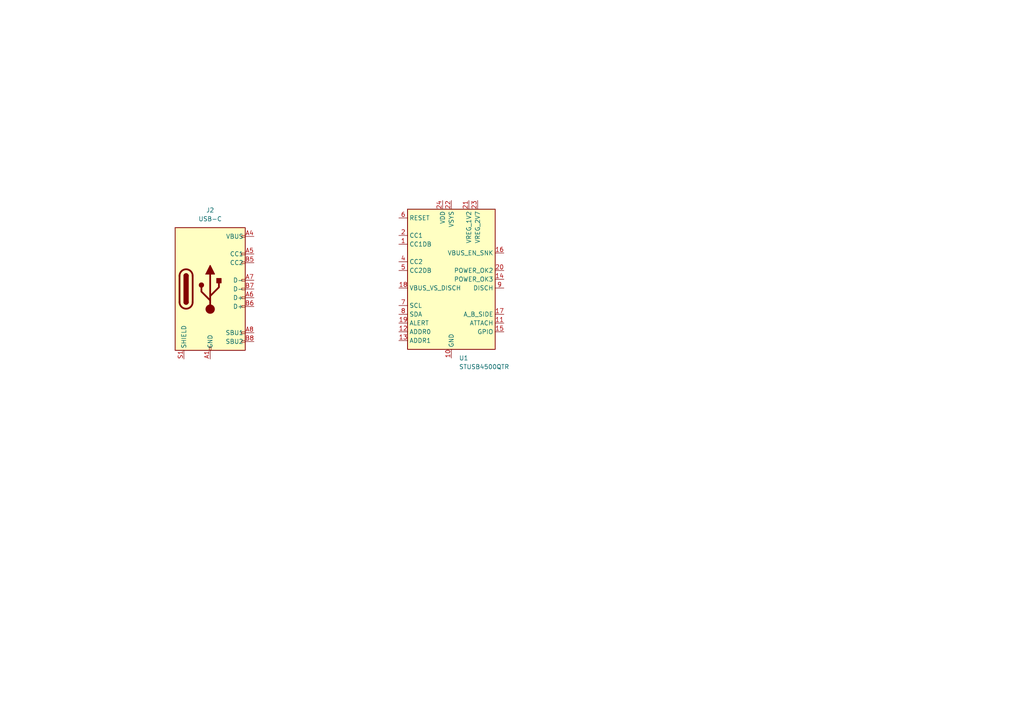
<source format=kicad_sch>
(kicad_sch (version 20231120) (generator "eeschema") (generator_version "8.0")
  (paper "A4")
  (lib_symbols
    (symbol "Interface_USB:STUSB4500QTR"
      (property "Reference" "U" (at -12.7 21.59 0))
      (property "Value" "STUSB4500QTR" (at 8.89 -21.59 0))
      (symbol "STUSB4500QTR_0_1"
        (rectangle (start -12.7 20.32) (end 12.7 -20.32) (stroke (width 0.254)) (fill (type background)))
      )
      (symbol "STUSB4500QTR_1_1"
        (pin bidirectional line (at -15.24 10.16 0) (length 2.54) (name "CC1DB") (number "1"))
        (pin power_in line (at 0 -22.86 90) (length 2.54) (name "GND") (number "10"))
        (pin open_collector line (at 15.24 -12.7 180) (length 2.54) (name "ATTACH") (number "11"))
        (pin input line (at -15.24 -15.24 0) (length 2.54) (name "ADDR0") (number "12"))
        (pin input line (at -15.24 -17.78 0) (length 2.54) (name "ADDR1") (number "13"))
        (pin open_collector line (at 15.24 0 180) (length 2.54) (name "POWER_OK3") (number "14"))
        (pin open_collector line (at 15.24 -15.24 180) (length 2.54) (name "GPIO") (number "15"))
        (pin open_collector line (at 15.24 7.62 180) (length 2.54) (name "VBUS_EN_SNK") (number "16"))
        (pin open_collector line (at 15.24 -10.16 180) (length 2.54) (name "A_B_SIDE") (number "17"))
        (pin input line (at -15.24 -2.54 0) (length 2.54) (name "VBUS_VS_DISCH") (number "18"))
        (pin open_collector line (at -15.24 -12.7 0) (length 2.54) (name "ALERT") (number "19"))
        (pin bidirectional line (at -15.24 12.7 0) (length 2.54) (name "CC1") (number "2"))
        (pin open_collector line (at 15.24 2.54 180) (length 2.54) (name "POWER_OK2") (number "20"))
        (pin power_out line (at 5.08 22.86 270) (length 2.54) (name "VREG_1V2") (number "21"))
        (pin power_in line (at 0 22.86 270) (length 2.54) (name "VSYS") (number "22"))
        (pin power_out line (at 7.62 22.86 270) (length 2.54) (name "VREG_2V7") (number "23"))
        (pin power_in line (at -2.54 22.86 270) (length 2.54) (name "VDD") (number "24"))
        (pin passive line (at 0 -22.86 90) (length 2.54) hide (name "GND") (number "25"))
        (pin no_connect line (at -12.7 15.24 0) (length 2.54) hide (name "NC") (number "3"))
        (pin bidirectional line (at -15.24 5.08 0) (length 2.54) (name "CC2") (number "4"))
        (pin bidirectional line (at -15.24 2.54 0) (length 2.54) (name "CC2DB") (number "5"))
        (pin input line (at -15.24 17.78 0) (length 2.54) (name "RESET") (number "6"))
        (pin input line (at -15.24 -7.62 0) (length 2.54) (name "SCL") (number "7"))
        (pin bidirectional line (at -15.24 -10.16 0) (length 2.54) (name "SDA") (number "8"))
        (pin bidirectional line (at 15.24 -2.54 180) (length 2.54) (name "DISCH") (number "9"))
      )
    )
    (symbol "Library:USB-C"
      (property "Reference" "J" (at -9.652 18.796 0))
      (property "Value" "USB-C" (at 7.112 18.796 0))
      (symbol "USB-C_0_0"
        (rectangle (start -0.254 -17.78) (end 0.254 -16.764))
        (rectangle (start 10.16 -14.986) (end 9.144 -15.494))
        (rectangle (start 10.16 -12.446) (end 9.144 -12.954))
        (rectangle (start 10.16 -4.826) (end 9.144 -5.334))
        (rectangle (start 10.16 -2.286) (end 9.144 -2.794))
        (rectangle (start 10.16 0.254) (end 9.144 -0.254))
        (rectangle (start 10.16 2.794) (end 9.144 2.286))
        (rectangle (start 10.16 7.874) (end 9.144 7.366))
        (rectangle (start 10.16 10.414) (end 9.144 9.906))
        (rectangle (start 10.16 15.494) (end 9.144 14.986))
      )
      (symbol "USB-C_0_1"
        (rectangle (start -10.16 17.78) (end 10.16 -17.78) (stroke (width 0.254)) (fill (type background)))
        (arc (start -8.89 -3.81) (mid -6.985 -5.7066) (end -5.08 -3.81) (stroke (width 0.508)))
        (arc (start -7.62 -3.81) (mid -6.985 -4.4422) (end -6.35 -3.81) (stroke (width 0.254)))
        (arc (start -7.62 -3.81) (mid -6.985 -4.4422) (end -6.35 -3.81) (stroke (width 0.254)) (fill (type outline)))
        (rectangle (start -7.62 -3.81) (end -6.35 3.81) (stroke (width 0.254)) (fill (type outline)))
        (arc (start -6.35 3.81) (mid -6.985 4.4422) (end -7.62 3.81) (stroke (width 0.254)))
        (arc (start -6.35 3.81) (mid -6.985 4.4422) (end -7.62 3.81) (stroke (width 0.254)) (fill (type outline)))
        (arc (start -5.08 3.81) (mid -6.985 5.7066) (end -8.89 3.81) (stroke (width 0.508)))
        (circle (center -2.54 1.143) (radius 0.635) (stroke (width 0.254)) (fill (type outline)))
        (circle (center 0 -5.842) (radius 1.27) (fill (type outline)))
        (polyline (pts (xy -8.89 -3.81) (xy -8.89 3.81)) (stroke (width 0.508)))
        (polyline (pts (xy -5.08 3.81) (xy -5.08 -3.81)) (stroke (width 0.508)))
        (polyline (pts (xy 0 -5.842) (xy 0 4.318)) (stroke (width 0.508)))
        (polyline (pts (xy 0 -3.302) (xy -2.54 -0.762) (xy -2.54 0.508)) (stroke (width 0.508)))
        (polyline (pts (xy 0 -2.032) (xy 2.54 0.508) (xy 2.54 1.778)) (stroke (width 0.508)))
        (polyline (pts (xy -1.27 4.318) (xy 0 6.858) (xy 1.27 4.318) (xy -1.27 4.318)) (stroke (width 0.254)) (fill (type outline)))
        (rectangle (start 1.905 1.778) (end 3.175 3.048) (stroke (width 0.254)) (fill (type outline)))
      )
      (symbol "USB-C_1_1"
        (pin passive line (at 0 -20.32 90) (length 2.54) (name "GND") (number "A1"))
        (pin passive line (at 0 -20.32 90) (length 2.54) hide (name "GND") (number "A12"))
        (pin passive line (at 12.7 15.24 180) (length 2.54) (name "VBUS") (number "A4"))
        (pin bidirectional line (at 12.7 10.16 180) (length 2.54) (name "CC1") (number "A5"))
        (pin bidirectional line (at 12.7 -2.54 180) (length 2.54) (name "D+") (number "A6"))
        (pin bidirectional line (at 12.7 2.54 180) (length 2.54) (name "D-") (number "A7"))
        (pin bidirectional line (at 12.7 -12.7 180) (length 2.54) (name "SBU1") (number "A8"))
        (pin passive line (at 12.7 15.24 180) (length 2.54) hide (name "VBUS") (number "A9"))
        (pin passive line (at 0 -20.32 90) (length 2.54) hide (name "GND") (number "B1"))
        (pin passive line (at 0 -20.32 90) (length 2.54) hide (name "GND") (number "B12"))
        (pin passive line (at 12.7 15.24 180) (length 2.54) hide (name "VBUS") (number "B4"))
        (pin bidirectional line (at 12.7 7.62 180) (length 2.54) (name "CC2") (number "B5"))
        (pin bidirectional line (at 12.7 -5.08 180) (length 2.54) (name "D+") (number "B6"))
        (pin bidirectional line (at 12.7 0 180) (length 2.54) (name "D-") (number "B7"))
        (pin bidirectional line (at 12.7 -15.24 180) (length 2.54) (name "SBU2") (number "B8"))
        (pin passive line (at 12.7 15.24 180) (length 2.54) hide (name "VBUS") (number "B9"))
        (pin passive line (at -7.62 -20.32 90) (length 2.54) (name "SHIELD") (number "S1"))
      )
    )
  )
  (symbol (lib_id "Library:USB-C") (at 60.96 83.82 0) (unit 1)
    (property "Reference" "J2" (at 60.96 60.96 0))
    (property "Value" "USB-C" (at 60.96 63.5 0))
    (property "Footprint" "Library:USB-C" (effects (hide yes)))
    (property "Description" "USB-C Jack" (effects (hide yes)))
  )
  (symbol (lib_id "Interface_USB:STUSB4500QTR") (at 130.9164 80.9992 0) (unit 1)
    (property "Reference" "U1" (at 133.1105 103.8592 0) (effects (justify left)))
    (property "Value" "STUSB4500QTR" (at 133.1105 106.3992 0) (effects (justify left)))
    (property "Footprint" "Package_DFN_QFN:QFN-24-1EP_4x4mm_P0.5mm_EP2.7x2.7mm" (effects (hide yes)))
    (property "Datasheet" "https://www.st.com/resource/en/datasheet/stusb4500.pdf" (effects (hide yes)))
    (property "Description" "Stand-alone USB PD controller (with sink Auto-run mode), QFN-24" (effects (hide yes)))
  )
)
</source>
